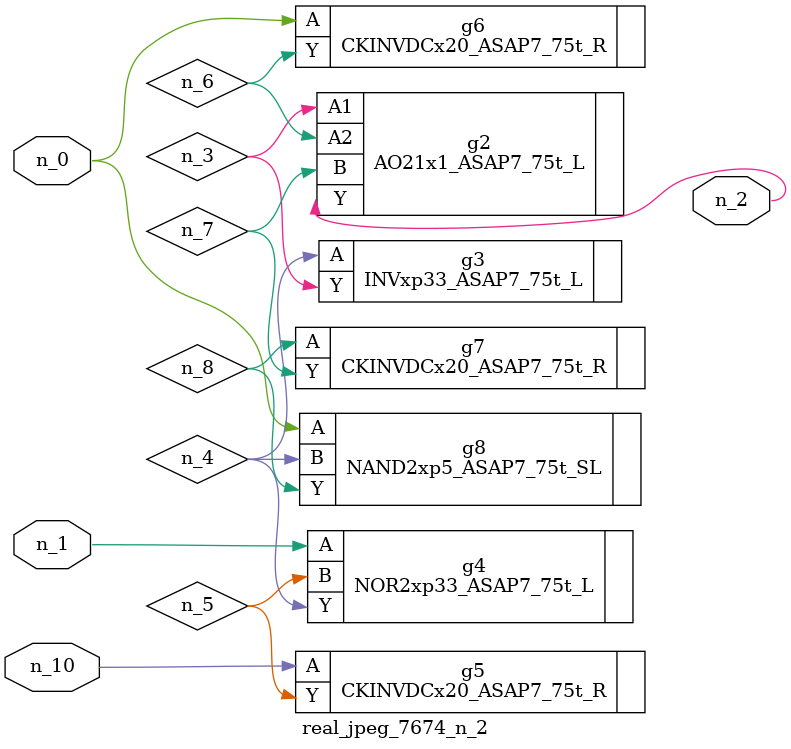
<source format=v>
module real_jpeg_7674_n_2 (n_1, n_10, n_0, n_2);

input n_1;
input n_10;
input n_0;

output n_2;

wire n_5;
wire n_4;
wire n_8;
wire n_6;
wire n_7;
wire n_3;

CKINVDCx20_ASAP7_75t_R g6 ( 
.A(n_0),
.Y(n_6)
);

NAND2xp5_ASAP7_75t_SL g8 ( 
.A(n_0),
.B(n_4),
.Y(n_8)
);

NOR2xp33_ASAP7_75t_L g4 ( 
.A(n_1),
.B(n_5),
.Y(n_4)
);

AO21x1_ASAP7_75t_L g2 ( 
.A1(n_3),
.A2(n_6),
.B(n_7),
.Y(n_2)
);

INVxp33_ASAP7_75t_L g3 ( 
.A(n_4),
.Y(n_3)
);

CKINVDCx20_ASAP7_75t_R g7 ( 
.A(n_8),
.Y(n_7)
);

CKINVDCx20_ASAP7_75t_R g5 ( 
.A(n_10),
.Y(n_5)
);


endmodule
</source>
